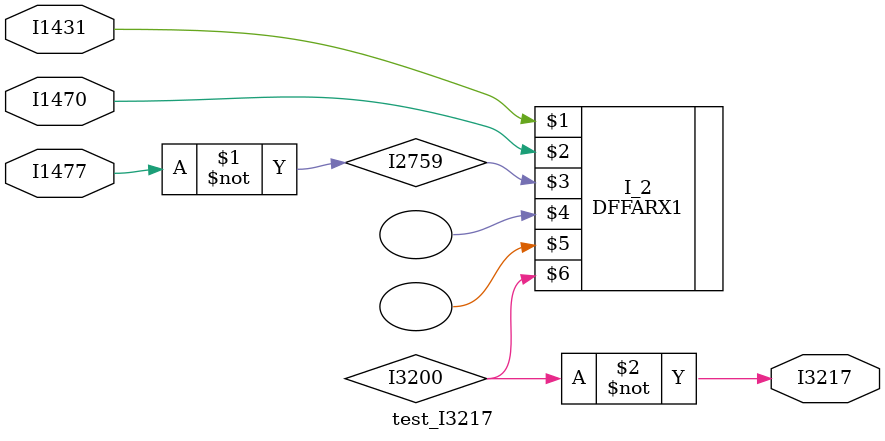
<source format=v>
module test_I3217(I1431,I1477,I1470,I3217);
input I1431,I1477,I1470;
output I3217;
wire I2759,I3200;
not I_0(I2759,I1477);
not I_1(I3217,I3200);
DFFARX1 I_2(I1431,I1470,I2759,,,I3200,);
endmodule



</source>
